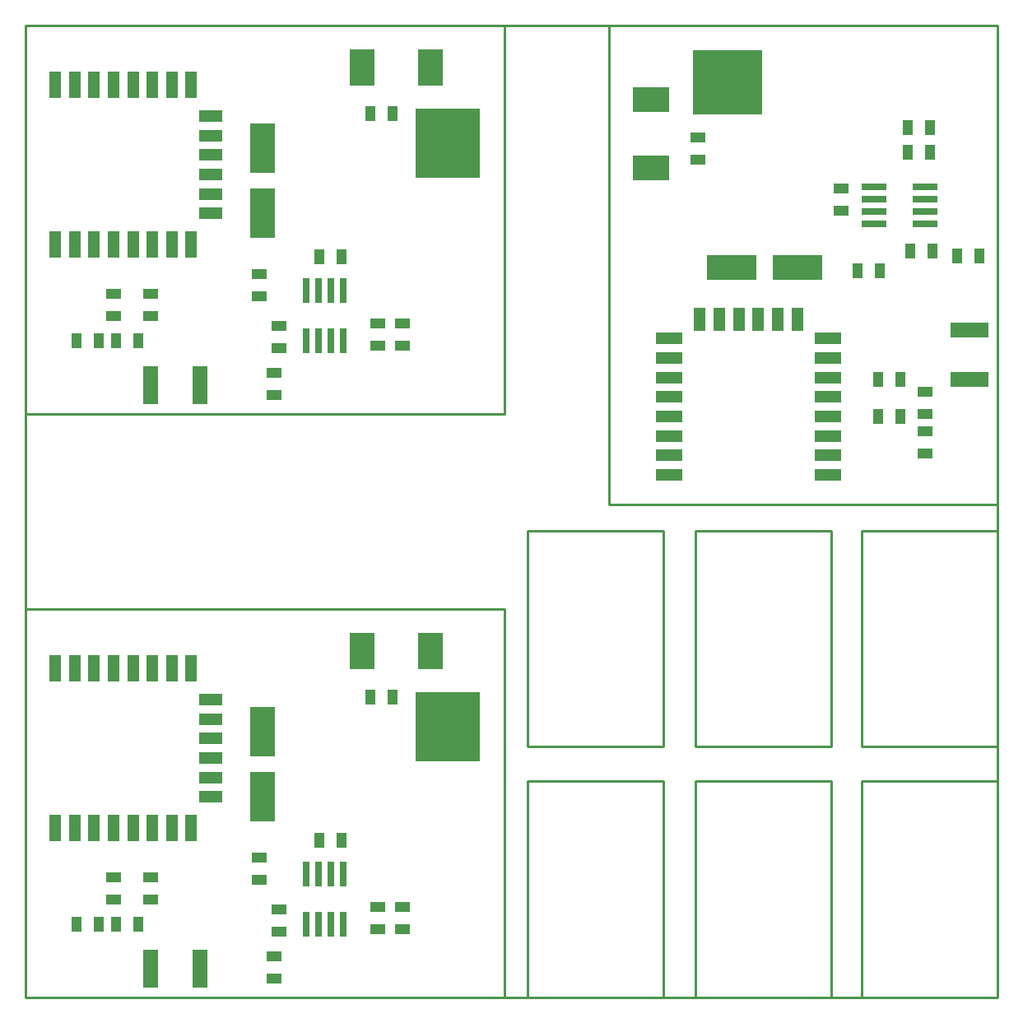
<source format=gbp>
%FSLAX25Y25*%
%MOIN*%
G70*
G01*
G75*
G04 Layer_Color=128*
%ADD10R,0.01772X0.06299*%
%ADD11R,0.06299X0.13386*%
%ADD12R,0.01654X0.05512*%
%ADD13R,0.05512X0.07087*%
%ADD14R,0.05000X0.03500*%
%ADD15R,0.09000X0.15000*%
%ADD16R,0.08465X0.05000*%
%ADD17R,0.15000X0.28000*%
%ADD18R,0.07874X0.15748*%
%ADD19R,0.05906X0.15748*%
%ADD20R,0.06600X0.01700*%
%ADD21R,0.07087X0.05512*%
%ADD22R,0.11024X0.07874*%
%ADD23R,0.03300X0.03150*%
%ADD24R,0.04724X0.04724*%
%ADD25R,0.03937X0.05906*%
%ADD26R,0.05906X0.03937*%
%ADD27R,0.15748X0.07874*%
%ADD28R,0.03500X0.05000*%
%ADD29R,0.15748X0.05906*%
%ADD30R,0.07874X0.11024*%
%ADD31R,0.04724X0.04724*%
%ADD32R,0.05512X0.01654*%
%ADD33R,0.06299X0.01772*%
%ADD34R,0.13386X0.06299*%
%ADD35R,0.15000X0.09000*%
%ADD36R,0.05000X0.08465*%
%ADD37R,0.28000X0.15000*%
%ADD38C,0.04000*%
%ADD39C,0.01800*%
%ADD40C,0.02000*%
%ADD41C,0.01500*%
%ADD42C,0.02500*%
%ADD43C,0.03000*%
%ADD44C,0.01000*%
%ADD45C,0.05000*%
%ADD46R,0.27700X0.02100*%
%ADD47R,0.01900X0.03800*%
%ADD48R,0.35700X0.03400*%
%ADD49R,0.02100X0.27700*%
%ADD50R,0.03800X0.01900*%
%ADD51R,0.03400X0.35700*%
%ADD52R,0.08200X0.15600*%
%ADD53R,0.05512X0.07874*%
%ADD54R,0.05118X0.07874*%
%ADD55C,0.07874*%
%ADD56C,0.07087*%
%ADD57R,0.07874X0.05512*%
%ADD58R,0.07874X0.05118*%
%ADD59C,0.15800*%
%ADD60C,0.03937*%
%ADD61C,0.04000*%
%ADD62C,0.05000*%
%ADD63C,0.06000*%
%ADD64R,0.26000X0.28400*%
%ADD65R,0.03000X0.10000*%
%ADD66R,0.10000X0.20000*%
%ADD67R,0.09449X0.04724*%
%ADD68R,0.04724X0.11024*%
%ADD69R,0.09843X0.14961*%
%ADD70R,0.14961X0.09843*%
%ADD71R,0.20000X0.10000*%
%ADD72R,0.10000X0.03000*%
%ADD73R,0.04724X0.09449*%
%ADD74R,0.11024X0.04724*%
%ADD75R,0.28400X0.26000*%
%ADD76C,0.03500*%
%ADD77R,0.21028X0.12517*%
%ADD78R,0.12517X0.21028*%
%ADD79R,0.20200X0.15600*%
%ADD80C,0.00200*%
%ADD81C,0.00394*%
%ADD82C,0.00591*%
%ADD83C,0.00787*%
%ADD84C,0.00500*%
%ADD85C,0.00050*%
%ADD86C,0.00800*%
%ADD87R,0.02300X0.06299*%
%ADD88R,0.12100X0.11300*%
%ADD89R,0.06299X0.02100*%
%ADD90R,0.06299X0.02300*%
%ADD91R,0.02100X0.06299*%
%ADD92R,0.11300X0.12100*%
%ADD93R,0.02572X0.07099*%
%ADD94R,0.07099X0.14186*%
%ADD95R,0.02454X0.06312*%
%ADD96R,0.06312X0.07887*%
%ADD97R,0.05800X0.04300*%
%ADD98R,0.09800X0.15800*%
%ADD99R,0.09265X0.05800*%
%ADD100R,0.15800X0.28800*%
%ADD101R,0.08674X0.16548*%
%ADD102R,0.06706X0.16548*%
%ADD103R,0.07400X0.02500*%
%ADD104R,0.07887X0.06312*%
%ADD105R,0.11824X0.08674*%
%ADD106R,0.04100X0.03950*%
%ADD107R,0.05524X0.05524*%
%ADD108R,0.04737X0.06706*%
%ADD109R,0.06706X0.04737*%
%ADD110R,0.16548X0.08674*%
%ADD111R,0.04300X0.05800*%
%ADD112R,0.16548X0.06706*%
%ADD113R,0.08674X0.11824*%
%ADD114R,0.05524X0.05524*%
%ADD115R,0.06312X0.02454*%
%ADD116R,0.07099X0.02572*%
%ADD117R,0.14186X0.07099*%
%ADD118R,0.15800X0.09800*%
%ADD119R,0.05800X0.09265*%
%ADD120R,0.28800X0.15800*%
%ADD121R,0.06312X0.08674*%
%ADD122R,0.05918X0.08674*%
%ADD123C,0.08674*%
%ADD124C,0.07887*%
%ADD125R,0.08674X0.06312*%
%ADD126R,0.08674X0.05918*%
%ADD127C,0.16600*%
%ADD128C,0.04737*%
%ADD129C,0.04800*%
%ADD130C,0.05800*%
%ADD131C,0.06800*%
%ADD132R,0.26800X0.29200*%
%ADD133R,0.03800X0.10800*%
%ADD134R,0.10800X0.20800*%
%ADD135R,0.10249X0.05524*%
%ADD136R,0.05524X0.11824*%
%ADD137R,0.10642X0.15761*%
%ADD138R,0.15761X0.10642*%
%ADD139R,0.20800X0.10800*%
%ADD140R,0.10800X0.03800*%
%ADD141R,0.05524X0.10249*%
%ADD142R,0.11824X0.05524*%
%ADD143R,0.29200X0.26800*%
D19*
X50500Y247800D02*
D03*
X70500D02*
D03*
X50500Y11500D02*
D03*
X70500D02*
D03*
D25*
X346000Y294200D02*
D03*
X337000D02*
D03*
X358200Y302200D02*
D03*
X367200D02*
D03*
X357200Y342200D02*
D03*
X366200D02*
D03*
X377200Y300200D02*
D03*
X386200D02*
D03*
X366200Y352200D02*
D03*
X357200D02*
D03*
X345200Y235300D02*
D03*
X354200D02*
D03*
X345200Y250200D02*
D03*
X354200D02*
D03*
X139500Y121500D02*
D03*
X148500D02*
D03*
X128000Y63500D02*
D03*
X119000D02*
D03*
X29500Y29500D02*
D03*
X20500D02*
D03*
X36500D02*
D03*
X45500D02*
D03*
X139500Y357800D02*
D03*
X148500D02*
D03*
X128000Y299800D02*
D03*
X119000D02*
D03*
X29500Y265800D02*
D03*
X20500D02*
D03*
X36500D02*
D03*
X45500D02*
D03*
D26*
X50500Y284800D02*
D03*
Y275800D02*
D03*
X272200Y339200D02*
D03*
Y348200D02*
D03*
X330200Y327700D02*
D03*
Y318700D02*
D03*
X364200Y229200D02*
D03*
Y220200D02*
D03*
Y236200D02*
D03*
Y245200D02*
D03*
X94500Y47700D02*
D03*
Y56700D02*
D03*
X102500Y35500D02*
D03*
Y26500D02*
D03*
X142500Y36500D02*
D03*
Y27500D02*
D03*
X100500Y16500D02*
D03*
Y7500D02*
D03*
X152500Y27500D02*
D03*
Y36500D02*
D03*
X35600Y48500D02*
D03*
Y39500D02*
D03*
X50500Y48500D02*
D03*
Y39500D02*
D03*
X94500Y284000D02*
D03*
Y293000D02*
D03*
X102500Y271800D02*
D03*
Y262800D02*
D03*
X142500Y272800D02*
D03*
Y263800D02*
D03*
X100500Y252800D02*
D03*
Y243800D02*
D03*
X152500Y263800D02*
D03*
Y272800D02*
D03*
X35600Y284800D02*
D03*
Y275800D02*
D03*
D29*
X382200Y250200D02*
D03*
Y270200D02*
D03*
D44*
X0Y0D02*
Y393701D01*
Y0D02*
X393701D01*
Y393701D01*
X0D02*
X393701D01*
X194000Y236300D02*
Y393700D01*
X0D02*
X194000D01*
X0Y236300D02*
X194000D01*
X0D02*
Y393700D01*
X194000Y0D02*
Y157400D01*
X0D02*
X194000D01*
X0Y0D02*
X194000D01*
X0D02*
Y157400D01*
X236300Y393700D02*
X393700D01*
X236300Y199700D02*
Y393700D01*
X393700Y199700D02*
Y393700D01*
X236300Y199700D02*
X393700D01*
X338700Y0D02*
Y87500D01*
Y0D02*
X393700D01*
X338700Y87500D02*
X393700D01*
Y0D02*
Y87500D01*
X271300Y0D02*
Y87500D01*
Y0D02*
X326300D01*
X271300Y87500D02*
X326300D01*
Y0D02*
Y87500D01*
X203300Y0D02*
Y87500D01*
Y0D02*
X258300D01*
X203300Y87500D02*
X258300D01*
Y0D02*
Y87500D01*
Y101500D02*
Y189000D01*
X203300D02*
X258300D01*
X203300Y101500D02*
X258300D01*
X203300D02*
Y189000D01*
X326300Y101500D02*
Y189000D01*
X271300D02*
X326300D01*
X271300Y101500D02*
X326300D01*
X271300D02*
Y189000D01*
X393700Y101500D02*
Y189000D01*
X338700D02*
X393700D01*
X338700Y101500D02*
X393700D01*
X338700D02*
Y189000D01*
D64*
X170900Y345800D02*
D03*
Y109500D02*
D03*
D65*
X113500Y286300D02*
D03*
X118500D02*
D03*
X123500D02*
D03*
X128500D02*
D03*
X123500Y265800D02*
D03*
X118500D02*
D03*
X128500D02*
D03*
X113500D02*
D03*
Y50000D02*
D03*
X118500D02*
D03*
X123500D02*
D03*
X128500D02*
D03*
X123500Y29500D02*
D03*
X118500D02*
D03*
X128500D02*
D03*
X113500D02*
D03*
D66*
X96000Y343900D02*
D03*
Y317500D02*
D03*
Y107600D02*
D03*
Y81200D02*
D03*
D67*
X74992Y317519D02*
D03*
Y325393D02*
D03*
Y333267D02*
D03*
Y341141D02*
D03*
Y349015D02*
D03*
Y356889D02*
D03*
Y81219D02*
D03*
Y89093D02*
D03*
Y96967D02*
D03*
Y104841D02*
D03*
Y112715D02*
D03*
Y120589D02*
D03*
D68*
X67118Y369487D02*
D03*
X59244D02*
D03*
X51370D02*
D03*
X43496D02*
D03*
X35622D02*
D03*
X27748D02*
D03*
X19874D02*
D03*
X12000D02*
D03*
Y304921D02*
D03*
X19874D02*
D03*
X27748D02*
D03*
X35622D02*
D03*
X43496D02*
D03*
X51370D02*
D03*
X59244D02*
D03*
X67118D02*
D03*
Y133187D02*
D03*
X59244D02*
D03*
X51370D02*
D03*
X43496D02*
D03*
X35622D02*
D03*
X27748D02*
D03*
X19874D02*
D03*
X12000D02*
D03*
Y68621D02*
D03*
X19874D02*
D03*
X27748D02*
D03*
X35622D02*
D03*
X43496D02*
D03*
X51370D02*
D03*
X59244D02*
D03*
X67118D02*
D03*
D69*
X136409Y376700D02*
D03*
X163969D02*
D03*
X136409Y140400D02*
D03*
X163969D02*
D03*
D70*
X253300Y336109D02*
D03*
Y363668D02*
D03*
D71*
X286100Y295700D02*
D03*
X312500D02*
D03*
D72*
X343700Y313200D02*
D03*
Y318200D02*
D03*
Y323200D02*
D03*
Y328200D02*
D03*
X364200Y323200D02*
D03*
Y318200D02*
D03*
Y328200D02*
D03*
Y313200D02*
D03*
D73*
X312481Y274692D02*
D03*
X304607D02*
D03*
X296733D02*
D03*
X288859D02*
D03*
X280985D02*
D03*
X273111D02*
D03*
D74*
X260513Y266818D02*
D03*
Y258944D02*
D03*
Y251070D02*
D03*
Y243196D02*
D03*
Y235322D02*
D03*
Y227448D02*
D03*
Y219574D02*
D03*
Y211700D02*
D03*
X325079D02*
D03*
Y219574D02*
D03*
Y227448D02*
D03*
Y235322D02*
D03*
Y243196D02*
D03*
Y251070D02*
D03*
Y258944D02*
D03*
Y266818D02*
D03*
D75*
X284200Y370600D02*
D03*
M02*

</source>
